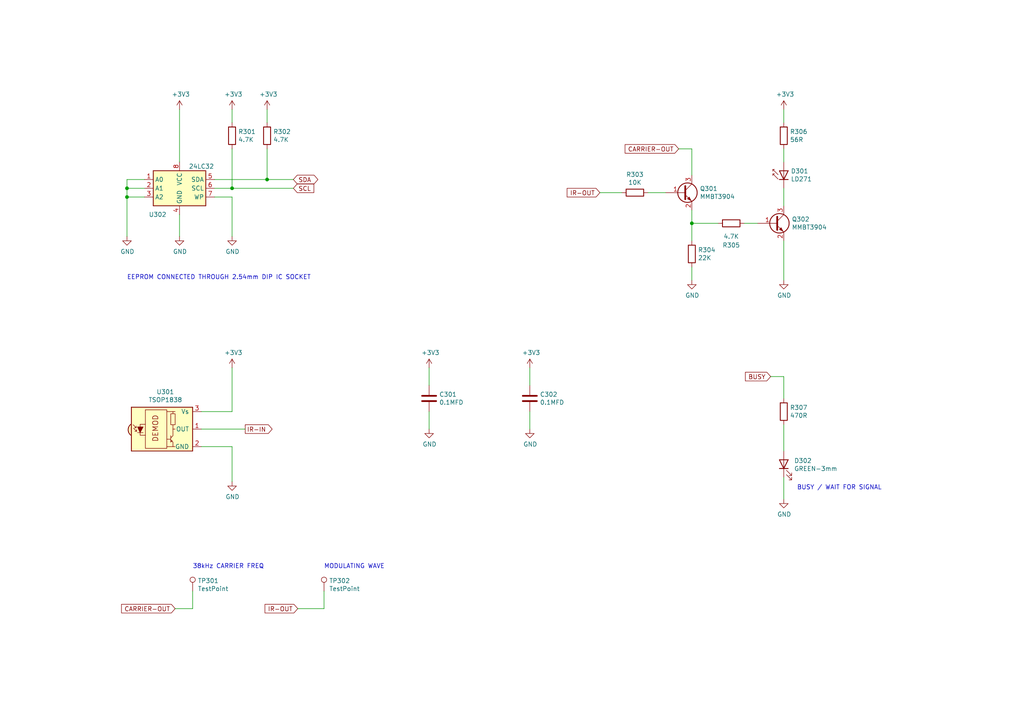
<source format=kicad_sch>
(kicad_sch (version 20211123) (generator eeschema)
  (paper "A4")
  (title_block (title "IR Clone - Signal Capture / Playback Module") (date "2020-12-19") (rev "1.0.0") (company "Dilshan R Jayakody") (comment 1 "jayakody2000lk@gmail.com") (comment 2 "jayakody2000lk.blogspot.com") (comment 3 "https://github.com/dilshan/ir-clone"))
  (lib_symbols
    (symbol "Connector:TestPoint" (pin_numbers hide) (pin_names (offset 0.762) hide)
      (property "Reference" "TP" (at 0 6.858 0))
      (property "Value" "TestPoint" (at 0 5.08 0))
      (symbol "TestPoint_0_1"
        (circle (center 0 3.302) (radius 0.762))
      )
      (symbol "TestPoint_1_1"
        (pin passive line (at 0 0 90) (length 2.54) (name "1") (number "1"))
      )
    )
    (symbol "Device:C" (pin_numbers hide) (pin_names (offset 0.254))
      (property "Reference" "C" (at 0.635 2.54 0))
      (property "Value" "C" (at 0.635 -2.54 0))
      (symbol "C_0_1"
        (polyline (pts (xy -2.032 -0.762) (xy 2.032 -0.762)) (stroke (width 0.508)))
        (polyline (pts (xy -2.032 0.762) (xy 2.032 0.762)) (stroke (width 0.508)))
      )
      (symbol "C_1_1"
        (pin passive line (at 0 3.81 270) (length 2.794) (name "~") (number "1"))
        (pin passive line (at 0 -3.81 90) (length 2.794) (name "~") (number "2"))
      )
    )
    (symbol "Device:LED" (pin_numbers hide) (pin_names (offset 1.016) hide)
      (property "Reference" "D" (at 0 2.54 0))
      (property "Value" "LED" (at 0 -2.54 0))
      (symbol "LED_0_1"
        (polyline (pts (xy -1.27 -1.27) (xy -1.27 1.27)) (stroke (width 0.254)))
        (polyline (pts (xy -1.27 0) (xy 1.27 0)))
        (polyline (pts (xy 1.27 -1.27) (xy 1.27 1.27) (xy -1.27 0) (xy 1.27 -1.27)) (stroke (width 0.254)))
        (polyline (pts (xy -3.048 -0.762) (xy -4.572 -2.286) (xy -3.81 -2.286) (xy -4.572 -2.286) (xy -4.572 -1.524)))
        (polyline (pts (xy -1.778 -0.762) (xy -3.302 -2.286) (xy -2.54 -2.286) (xy -3.302 -2.286) (xy -3.302 -1.524)))
      )
      (symbol "LED_1_1"
        (pin passive line (at -3.81 0 0) (length 2.54) (name "K") (number "1"))
        (pin passive line (at 3.81 0 180) (length 2.54) (name "A") (number "2"))
      )
    )
    (symbol "Device:R" (pin_numbers hide) (pin_names (offset 0))
      (property "Reference" "R" (at 2.032 0 90))
      (property "Value" "R" (at 0 0 90))
      (symbol "R_0_1"
        (rectangle (start -1.016 -2.54) (end 1.016 2.54) (stroke (width 0.254)))
      )
      (symbol "R_1_1"
        (pin passive line (at 0 3.81 270) (length 1.27) (name "~") (number "1"))
        (pin passive line (at 0 -3.81 90) (length 1.27) (name "~") (number "2"))
      )
    )
    (symbol "Interface_Optical:TSOP34S40F" (pin_names (offset 1.016))
      (property "Reference" "U" (at -10.16 7.62 0))
      (property "Value" "TSOP34S40F" (at -10.16 -7.62 0))
      (symbol "TSOP34S40F_0_0"
        (arc (start -10.287 1.397) (mid -11.0899 -0.1905) (end -10.287 -1.778) (stroke (width 0.254)) (fill (type background)))
        (polyline (pts (xy 1.905 -5.08) (xy 0.127 -5.08)))
        (polyline (pts (xy 1.905 5.08) (xy 0.127 5.08)))
        (text "DEMOD" (at -3.175 0.254 900) (effects (font (size 1.524 1.524))))
      )
      (symbol "TSOP34S40F_0_1"
        (rectangle (start -6.096 5.588) (end 0.127 -5.588))
        (polyline (pts (xy -8.763 0.381) (xy -9.652 1.27)))
        (polyline (pts (xy -8.763 0.381) (xy -9.271 0.381)))
        (polyline (pts (xy -8.763 0.381) (xy -8.763 0.889)))
        (polyline (pts (xy -8.636 -0.635) (xy -9.525 0.254)))
        (polyline (pts (xy -8.636 -0.635) (xy -9.144 -0.635)))
        (polyline (pts (xy -8.636 -0.635) (xy -8.636 -0.127)))
        (polyline (pts (xy -8.382 -1.016) (xy -6.731 -1.016)))
        (polyline (pts (xy 1.27 -2.921) (xy 0.127 -2.921)))
        (polyline (pts (xy 1.27 -1.905) (xy 1.27 -3.81)))
        (polyline (pts (xy 1.397 -3.556) (xy 1.524 -3.556)))
        (polyline (pts (xy 1.651 -3.556) (xy 1.524 -3.556)))
        (polyline (pts (xy 1.651 -3.556) (xy 1.651 -3.302)))
        (polyline (pts (xy 1.905 0) (xy 1.905 1.27)))
        (polyline (pts (xy 1.905 4.445) (xy 1.905 5.08) (xy 2.54 5.08)))
        (polyline (pts (xy -8.382 0.635) (xy -6.731 0.635) (xy -7.62 -1.016) (xy -8.382 0.635)) (fill (type outline)))
        (polyline (pts (xy -6.096 1.397) (xy -7.62 1.397) (xy -7.62 -1.778) (xy -6.096 -1.778)))
        (polyline (pts (xy 1.27 -3.175) (xy 1.905 -3.81) (xy 1.905 -5.08) (xy 2.54 -5.08)))
        (polyline (pts (xy 1.27 -2.54) (xy 1.905 -1.905) (xy 1.905 0) (xy 2.54 0)))
        (rectangle (start 2.54 1.27) (end 1.27 4.445))
        (rectangle (start 7.62 6.35) (end -10.16 -6.35) (stroke (width 0.254)) (fill (type background)))
      )
      (symbol "TSOP34S40F_1_1"
        (pin output line (at 10.16 0 180) (length 2.54) (name "OUT") (number "1"))
        (pin power_in line (at 10.16 -5.08 180) (length 2.54) (name "GND") (number "2"))
        (pin power_in line (at 10.16 5.08 180) (length 2.54) (name "Vs") (number "3"))
      )
    )
    (symbol "LED:LD271" (pin_numbers hide) (pin_names (offset 1.016) hide)
      (property "Reference" "D" (at 0.508 1.778 0))
      (property "Value" "LD271" (at -1.016 -2.794 0))
      (symbol "LD271_0_1"
        (polyline (pts (xy -2.54 1.27) (xy -2.54 -1.27)) (stroke (width 0.254)))
        (polyline (pts (xy 0 0) (xy -2.54 0)))
        (polyline (pts (xy 0.381 3.175) (xy -0.127 3.175)))
        (polyline (pts (xy -1.143 1.651) (xy 0.381 3.175) (xy 0.381 2.667)))
        (polyline (pts (xy 0 -1.27) (xy -2.54 0) (xy 0 1.27) (xy 0 -1.27)) (stroke (width 0.254)))
        (polyline (pts (xy -2.413 1.651) (xy -0.889 3.175) (xy -0.889 2.667) (xy -0.889 3.175) (xy -1.397 3.175)))
      )
      (symbol "LD271_1_1"
        (pin passive line (at -5.08 0 0) (length 2.54) (name "K") (number "1"))
        (pin passive line (at 2.54 0 180) (length 2.54) (name "A") (number "2"))
      )
    )
    (symbol "Memory_EEPROM:24LC32"
      (property "Reference" "U" (at -6.35 6.35 0))
      (property "Value" "24LC32" (at 1.27 6.35 0))
      (symbol "24LC32_1_1"
        (rectangle (start -7.62 5.08) (end 7.62 -5.08) (stroke (width 0.254)) (fill (type background)))
        (pin input line (at -10.16 2.54 0) (length 2.54) (name "A0") (number "1"))
        (pin input line (at -10.16 0 0) (length 2.54) (name "A1") (number "2"))
        (pin input line (at -10.16 -2.54 0) (length 2.54) (name "A2") (number "3"))
        (pin power_in line (at 0 -7.62 90) (length 2.54) (name "GND") (number "4"))
        (pin bidirectional line (at 10.16 2.54 180) (length 2.54) (name "SDA") (number "5"))
        (pin input line (at 10.16 0 180) (length 2.54) (name "SCL") (number "6"))
        (pin input line (at 10.16 -2.54 180) (length 2.54) (name "WP") (number "7"))
        (pin power_in line (at 0 7.62 270) (length 2.54) (name "VCC") (number "8"))
      )
    )
    (symbol "Transistor_BJT:MMBT3904" (pin_names (offset 0) hide)
      (property "Reference" "Q" (at 5.08 1.905 0))
      (property "Value" "MMBT3904" (at 5.08 0 0))
      (symbol "MMBT3904_0_1"
        (polyline (pts (xy 0.635 0.635) (xy 2.54 2.54)))
        (polyline (pts (xy 0.635 -0.635) (xy 2.54 -2.54) (xy 2.54 -2.54)))
        (polyline (pts (xy 0.635 1.905) (xy 0.635 -1.905) (xy 0.635 -1.905)) (stroke (width 0.508)))
        (polyline (pts (xy 1.27 -1.778) (xy 1.778 -1.27) (xy 2.286 -2.286) (xy 1.27 -1.778) (xy 1.27 -1.778)) (fill (type outline)))
        (circle (center 1.27 0) (radius 2.8194) (stroke (width 0.254)))
      )
      (symbol "MMBT3904_1_1"
        (pin input line (at -5.08 0 0) (length 5.715) (name "B") (number "1"))
        (pin passive line (at 2.54 -5.08 90) (length 2.54) (name "E") (number "2"))
        (pin passive line (at 2.54 5.08 270) (length 2.54) (name "C") (number "3"))
      )
    )
    (symbol "power:+3V3" (power) (pin_names (offset 0))
      (property "Value" "+3V3" (at 0 3.556 0))
      (symbol "+3V3_0_1"
        (polyline (pts (xy -0.762 1.27) (xy 0 2.54)))
        (polyline (pts (xy 0 0) (xy 0 2.54)))
        (polyline (pts (xy 0 2.54) (xy 0.762 1.27)))
      )
      (symbol "+3V3_1_1"
        (pin power_in line (at 0 0 90) (length 0) hide (name "+3V3") (number "1"))
      )
    )
    (symbol "power:GND" (power) (pin_names (offset 0))
      (property "Value" "GND" (at 0 -3.81 0))
      (symbol "GND_0_1"
        (polyline (pts (xy 0 0) (xy 0 -1.27) (xy 1.27 -1.27) (xy 0 -2.54) (xy -1.27 -1.27) (xy 0 -1.27)))
      )
      (symbol "GND_1_1"
        (pin power_in line (at 0 0 270) (length 0) hide (name "GND") (number "1"))
      )
    )
  )
  (junction (at 36.83 57.15))
  (junction (at 67.31 54.61))
  (junction (at 77.47 52.07))
  (junction (at 36.83 54.61))
  (junction (at 200.66 64.77))
  (wire (pts (xy 200.66 60.96) (xy 200.66 64.77)))
  (wire (pts (xy 52.07 31.75) (xy 52.07 46.99)))
  (wire (pts (xy 196.85 43.18) (xy 200.66 43.18)))
  (wire (pts (xy 227.33 69.85) (xy 227.33 81.28)))
  (wire (pts (xy 215.9 64.77) (xy 219.71 64.77)))
  (wire (pts (xy 62.23 52.07) (xy 77.47 52.07)))
  (wire (pts (xy 86.36 176.53) (xy 93.98 176.53)))
  (wire (pts (xy 62.23 54.61) (xy 67.31 54.61)))
  (wire (pts (xy 67.31 31.75) (xy 67.31 35.56)))
  (wire (pts (xy 153.67 106.68) (xy 153.67 111.76)))
  (wire (pts (xy 173.99 55.88) (xy 180.34 55.88)))
  (wire (pts (xy 67.31 54.61) (xy 85.09 54.61)))
  (wire (pts (xy 71.12 124.46) (xy 58.42 124.46)))
  (wire (pts (xy 58.42 129.54) (xy 67.31 129.54)))
  (wire (pts (xy 67.31 119.38) (xy 67.31 106.68)))
  (wire (pts (xy 41.91 54.61) (xy 36.83 54.61)))
  (wire (pts (xy 77.47 52.07) (xy 85.09 52.07)))
  (wire (pts (xy 67.31 43.18) (xy 67.31 54.61)))
  (wire (pts (xy 227.33 43.18) (xy 227.33 46.99)))
  (wire (pts (xy 52.07 62.23) (xy 52.07 68.58)))
  (wire (pts (xy 77.47 31.75) (xy 77.47 35.56)))
  (wire (pts (xy 187.96 55.88) (xy 193.04 55.88)))
  (wire (pts (xy 36.83 57.15) (xy 36.83 54.61)))
  (wire (pts (xy 67.31 129.54) (xy 67.31 139.7)))
  (wire (pts (xy 67.31 57.15) (xy 67.31 68.58)))
  (wire (pts (xy 200.66 81.28) (xy 200.66 77.47)))
  (wire (pts (xy 36.83 54.61) (xy 36.83 52.07)))
  (wire (pts (xy 62.23 57.15) (xy 67.31 57.15)))
  (wire (pts (xy 200.66 64.77) (xy 200.66 69.85)))
  (wire (pts (xy 227.33 138.43) (xy 227.33 144.78)))
  (wire (pts (xy 58.42 119.38) (xy 67.31 119.38)))
  (wire (pts (xy 41.91 57.15) (xy 36.83 57.15)))
  (wire (pts (xy 200.66 43.18) (xy 200.66 50.8)))
  (wire (pts (xy 208.28 64.77) (xy 200.66 64.77)))
  (wire (pts (xy 223.52 109.22) (xy 227.33 109.22)))
  (wire (pts (xy 227.33 109.22) (xy 227.33 115.57)))
  (wire (pts (xy 124.46 106.68) (xy 124.46 111.76)))
  (wire (pts (xy 77.47 43.18) (xy 77.47 52.07)))
  (wire (pts (xy 227.33 54.61) (xy 227.33 59.69)))
  (wire (pts (xy 124.46 119.38) (xy 124.46 124.46)))
  (wire (pts (xy 227.33 123.19) (xy 227.33 130.81)))
  (wire (pts (xy 153.67 119.38) (xy 153.67 124.46)))
  (wire (pts (xy 55.88 176.53) (xy 55.88 171.45)))
  (wire (pts (xy 227.33 31.75) (xy 227.33 35.56)))
  (wire (pts (xy 36.83 52.07) (xy 41.91 52.07)))
  (wire (pts (xy 36.83 68.58) (xy 36.83 57.15)))
  (wire (pts (xy 50.8 176.53) (xy 55.88 176.53)))
  (wire (pts (xy 93.98 176.53) (xy 93.98 171.45)))
  (text "MODULATING WAVE" (at 93.98 165.1 0) (effects (font (size 1.27 1.27)) (justify left bottom)))
  (text "38kHz CARRIER FREQ" (at 55.88 165.1 0) (effects (font (size 1.27 1.27)) (justify left bottom)))
  (text "BUSY / WAIT FOR SIGNAL" (at 231.14 142.24 0) (effects (font (size 1.27 1.27)) (justify left bottom)))
  (text "EEPROM CONNECTED THROUGH 2.54mm DIP IC SOCKET" (at 36.83 81.28 0) (effects (font (size 1.27 1.27)) (justify left bottom)))
  (global_label "SCL" (shape input) (at 85.09 54.61 0) (property "Intersheet References" "${INTERSHEET_REFS}" (effects hide)))
  (global_label "BUSY" (shape input) (at 223.52 109.22 180) (property "Intersheet References" "${INTERSHEET_REFS}" (effects hide)))
  (global_label "SDA" (shape bidirectional) (at 85.09 52.07 0) (property "Intersheet References" "${INTERSHEET_REFS}" (effects hide)))
  (global_label "IR-IN" (shape output) (at 71.12 124.46 0) (property "Intersheet References" "${INTERSHEET_REFS}" (effects hide)))
  (global_label "IR-OUT" (shape input) (at 86.36 176.53 180) (property "Intersheet References" "${INTERSHEET_REFS}" (effects hide)))
  (global_label "CARRIER-OUT" (shape input) (at 196.85 43.18 180) (property "Intersheet References" "${INTERSHEET_REFS}" (effects hide)))
  (global_label "CARRIER-OUT" (shape input) (at 50.8 176.53 180) (property "Intersheet References" "${INTERSHEET_REFS}" (effects hide)))
  (global_label "IR-OUT" (shape input) (at 173.99 55.88 180) (property "Intersheet References" "${INTERSHEET_REFS}" (effects hide)))
  (symbol (lib_id "Connector:TestPoint") (at 55.88 171.45 0) (unit 1)
    (property "Reference" "TP301" (at 57.3532 168.4528 0) (effects (justify left)))
    (property "Value" "TestPoint" (at 57.3532 170.7642 0) (effects (justify left)))
    (property "Footprint" "TestPoint:TestPoint_Pad_D1.0mm" (effects hide))
  )
  (symbol (lib_id "Connector:TestPoint") (at 93.98 171.45 0) (unit 1)
    (property "Reference" "TP302" (at 95.4532 168.4528 0) (effects (justify left)))
    (property "Value" "TestPoint" (at 95.4532 170.7642 0) (effects (justify left)))
    (property "Footprint" "TestPoint:TestPoint_Pad_D1.0mm" (effects hide))
  )
  (symbol (lib_id "Memory_EEPROM:24LC32") (at 52.07 54.61 0) (unit 1)
    (property "Reference" "U302" (at 45.72 62.23 0))
    (property "Value" "24LC32" (at 58.42 48.26 0))
    (property "Footprint" "Package_DIP:DIP-8_W7.62mm_Socket_LongPads" (effects hide))
    (property "Datasheet" "http://ww1.microchip.com/downloads/en/DeviceDoc/21072G.pdf" (effects hide))
  )
  (symbol (lib_id "power:GND") (at 52.07 68.58 0) (unit 1)
    (property "Reference" "#PWR0101" (effects hide))
    (property "Value" "GND" (at 52.197 72.9742 0))
  )
  (symbol (lib_id "power:GND") (at 36.83 68.58 0) (unit 1)
    (property "Reference" "#PWR0102" (effects hide))
    (property "Value" "GND" (at 36.957 72.9742 0))
  )
  (symbol (lib_id "power:GND") (at 67.31 68.58 0) (unit 1)
    (property "Reference" "#PWR0103" (effects hide))
    (property "Value" "GND" (at 67.437 72.9742 0))
  )
  (symbol (lib_id "Device:R") (at 77.47 39.37 0) (unit 1)
    (property "Reference" "R302" (at 79.248 38.2016 0) (effects (justify left)))
    (property "Value" "4.7K" (at 79.248 40.513 0) (effects (justify left)))
    (property "Footprint" "Resistor_SMD:R_0805_2012Metric_Pad1.20x1.40mm_HandSolder" (effects hide))
  )
  (symbol (lib_id "Device:R") (at 67.31 39.37 0) (unit 1)
    (property "Reference" "R301" (at 69.088 38.2016 0) (effects (justify left)))
    (property "Value" "4.7K" (at 69.088 40.513 0) (effects (justify left)))
    (property "Footprint" "Resistor_SMD:R_0805_2012Metric_Pad1.20x1.40mm_HandSolder" (effects hide))
  )
  (symbol (lib_id "power:+3V3") (at 67.31 31.75 0) (unit 1)
    (property "Reference" "#PWR0104" (effects hide))
    (property "Value" "+3V3" (at 67.691 27.3558 0))
  )
  (symbol (lib_id "power:+3V3") (at 77.47 31.75 0) (unit 1)
    (property "Reference" "#PWR0105" (effects hide))
    (property "Value" "+3V3" (at 77.851 27.3558 0))
  )
  (symbol (lib_id "power:+3V3") (at 52.07 31.75 0) (unit 1)
    (property "Reference" "#PWR0106" (effects hide))
    (property "Value" "+3V3" (at 52.451 27.3558 0))
  )
  (symbol (lib_id "Interface_Optical:TSOP34S40F") (at 48.26 124.46 0) (unit 1)
    (property "Reference" "U301" (at 47.9552 113.665 0))
    (property "Value" "TSOP1838" (at 47.9552 115.9764 0))
    (property "Footprint" "OptoDevice:Vishay_MOLD-3Pin" (effects hide))
    (property "Datasheet" "http://www.vishay.com/docs/82669/tsop32s40f.pdf" (effects hide))
  )
  (symbol (lib_id "power:GND") (at 67.31 139.7 0) (unit 1)
    (property "Reference" "#PWR0107" (effects hide))
    (property "Value" "GND" (at 67.437 144.0942 0))
  )
  (symbol (lib_id "power:+3V3") (at 67.31 106.68 0) (unit 1)
    (property "Reference" "#PWR0108" (effects hide))
    (property "Value" "+3V3" (at 67.691 102.2858 0))
  )
  (symbol (lib_id "Transistor_BJT:MMBT3904") (at 198.12 55.88 0) (unit 1)
    (property "Reference" "Q301" (at 202.9714 54.7116 0) (effects (justify left)))
    (property "Value" "MMBT3904" (at 202.9714 57.023 0) (effects (justify left)))
    (property "Footprint" "Package_TO_SOT_SMD:SOT-23" (effects hide))
    (property "Datasheet" "https://www.onsemi.com/pub/Collateral/2N3903-D.PDF" (effects hide))
  )
  (symbol (lib_id "Device:R") (at 200.66 73.66 0) (unit 1)
    (property "Reference" "R304" (at 202.438 72.4916 0) (effects (justify left)))
    (property "Value" "22K" (at 202.438 74.803 0) (effects (justify left)))
    (property "Footprint" "Resistor_SMD:R_0805_2012Metric_Pad1.20x1.40mm_HandSolder" (effects hide))
  )
  (symbol (lib_id "power:GND") (at 200.66 81.28 0) (unit 1)
    (property "Reference" "#PWR0301" (effects hide))
    (property "Value" "GND" (at 200.787 85.6742 0))
  )
  (symbol (lib_id "Device:R") (at 184.15 55.88 90) (unit 1)
    (property "Reference" "R303" (at 184.15 50.6222 90))
    (property "Value" "10K" (at 184.15 52.9336 90))
    (property "Footprint" "Resistor_SMD:R_0805_2012Metric_Pad1.20x1.40mm_HandSolder" (effects hide))
  )
  (symbol (lib_id "Device:R") (at 212.09 64.77 90) (unit 1)
    (property "Reference" "R305" (at 212.09 71.12 90))
    (property "Value" "4.7K" (at 212.09 68.58 90))
    (property "Footprint" "Resistor_SMD:R_0805_2012Metric_Pad1.20x1.40mm_HandSolder" (effects hide))
  )
  (symbol (lib_id "Transistor_BJT:MMBT3904") (at 224.79 64.77 0) (unit 1)
    (property "Reference" "Q302" (at 229.6414 63.6016 0) (effects (justify left)))
    (property "Value" "MMBT3904" (at 229.6414 65.913 0) (effects (justify left)))
    (property "Footprint" "Package_TO_SOT_SMD:SOT-23" (effects hide))
    (property "Datasheet" "https://www.onsemi.com/pub/Collateral/2N3903-D.PDF" (effects hide))
  )
  (symbol (lib_id "power:GND") (at 227.33 81.28 0) (unit 1)
    (property "Reference" "#PWR0303" (effects hide))
    (property "Value" "GND" (at 227.457 85.6742 0))
  )
  (symbol (lib_id "LED:LD271") (at 227.33 49.53 90) (unit 1)
    (property "Reference" "D301" (at 229.362 49.6316 90) (effects (justify right)))
    (property "Value" "LD271" (at 229.362 51.943 90) (effects (justify right)))
    (property "Footprint" "LED_THT:LED_D5.0mm_Horizontal_O1.27mm_Z3.0mm" (effects hide))
    (property "Datasheet" "http://www.alliedelec.com/m/d/40788c34903a719969df15f1fbea1056.pdf" (effects hide))
  )
  (symbol (lib_id "Device:R") (at 227.33 39.37 0) (unit 1)
    (property "Reference" "R306" (at 229.108 38.2016 0) (effects (justify left)))
    (property "Value" "56R" (at 229.108 40.513 0) (effects (justify left)))
    (property "Footprint" "Resistor_THT:R_Axial_DIN0207_L6.3mm_D2.5mm_P10.16mm_Horizontal" (effects hide))
  )
  (symbol (lib_id "power:+3V3") (at 227.33 31.75 0) (unit 1)
    (property "Reference" "#PWR0302" (effects hide))
    (property "Value" "+3V3" (at 227.711 27.3558 0))
  )
  (symbol (lib_id "Device:R") (at 227.33 119.38 0) (unit 1)
    (property "Reference" "R307" (at 229.108 118.2116 0) (effects (justify left)))
    (property "Value" "470R" (at 229.108 120.523 0) (effects (justify left)))
    (property "Footprint" "Resistor_SMD:R_0805_2012Metric_Pad1.20x1.40mm_HandSolder" (effects hide))
  )
  (symbol (lib_id "Device:LED") (at 227.33 134.62 90) (unit 1)
    (property "Reference" "D302" (at 230.3272 133.6294 90) (effects (justify right)))
    (property "Value" "GREEN-3mm" (at 230.3272 135.9408 90) (effects (justify right)))
    (property "Footprint" "LED_THT:LED_D3.0mm" (effects hide))
  )
  (symbol (lib_id "power:GND") (at 227.33 144.78 0) (unit 1)
    (property "Reference" "#PWR0304" (effects hide))
    (property "Value" "GND" (at 227.457 149.1742 0))
  )
  (symbol (lib_id "power:+3V3") (at 153.67 106.68 0) (unit 1)
    (property "Reference" "#PWR0307" (effects hide))
    (property "Value" "+3V3" (at 154.051 102.2858 0))
  )
  (symbol (lib_id "Device:C") (at 153.67 115.57 0) (unit 1)
    (property "Reference" "C302" (at 156.591 114.4016 0) (effects (justify left)))
    (property "Value" "0.1MFD" (at 156.591 116.713 0) (effects (justify left)))
    (property "Footprint" "Capacitor_SMD:C_0805_2012Metric_Pad1.18x1.45mm_HandSolder" (effects hide))
  )
  (symbol (lib_id "power:GND") (at 153.67 124.46 0) (unit 1)
    (property "Reference" "#PWR0308" (effects hide))
    (property "Value" "GND" (at 153.797 128.8542 0))
  )
  (symbol (lib_id "power:+3V3") (at 124.46 106.68 0) (unit 1)
    (property "Reference" "#PWR0305" (effects hide))
    (property "Value" "+3V3" (at 124.841 102.2858 0))
  )
  (symbol (lib_id "Device:C") (at 124.46 115.57 0) (unit 1)
    (property "Reference" "C301" (at 127.381 114.4016 0) (effects (justify left)))
    (property "Value" "0.1MFD" (at 127.381 116.713 0) (effects (justify left)))
    (property "Footprint" "Capacitor_SMD:C_0805_2012Metric_Pad1.18x1.45mm_HandSolder" (effects hide))
  )
  (symbol (lib_id "power:GND") (at 124.46 124.46 0) (unit 1)
    (property "Reference" "#PWR0306" (effects hide))
    (property "Value" "GND" (at 124.587 128.8542 0))
  )
)
</source>
